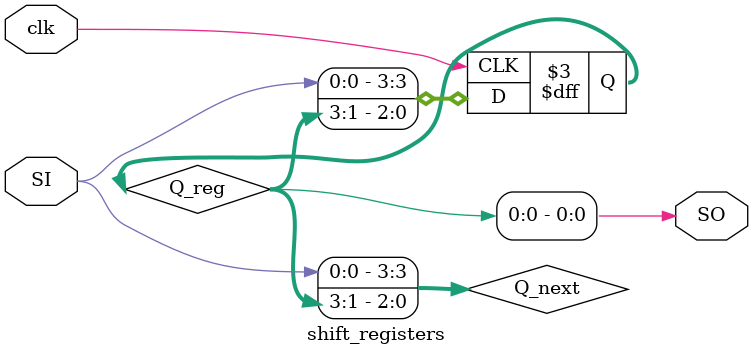
<source format=v>
`timescale 1ns / 1ps

module shift_registers // Right Shift
    #(parameter n = 4)
    (
    input clk,
    input SI,           // Serial in
    //output [n - 1:0] Q,  // If we care about parallel output
    output SO           // Serial out
    );
    
    reg [n - 1:0] Q_reg, Q_next;
    // State Registers
    always @(posedge clk) begin
        Q_reg <= Q_next;
    end
    
    // Next State Logic
    always @(SI, Q_reg) begin
        // Right Shift
        Q_next = {SI, Q_reg[n - 1:1]};
        
        // Left Shift
        //Q_next = {Q_reg[n - 2:0], SI};
    end
    
    assign SO = Q_reg[0];
    //assign Q = Q_reg;
endmodule

</source>
